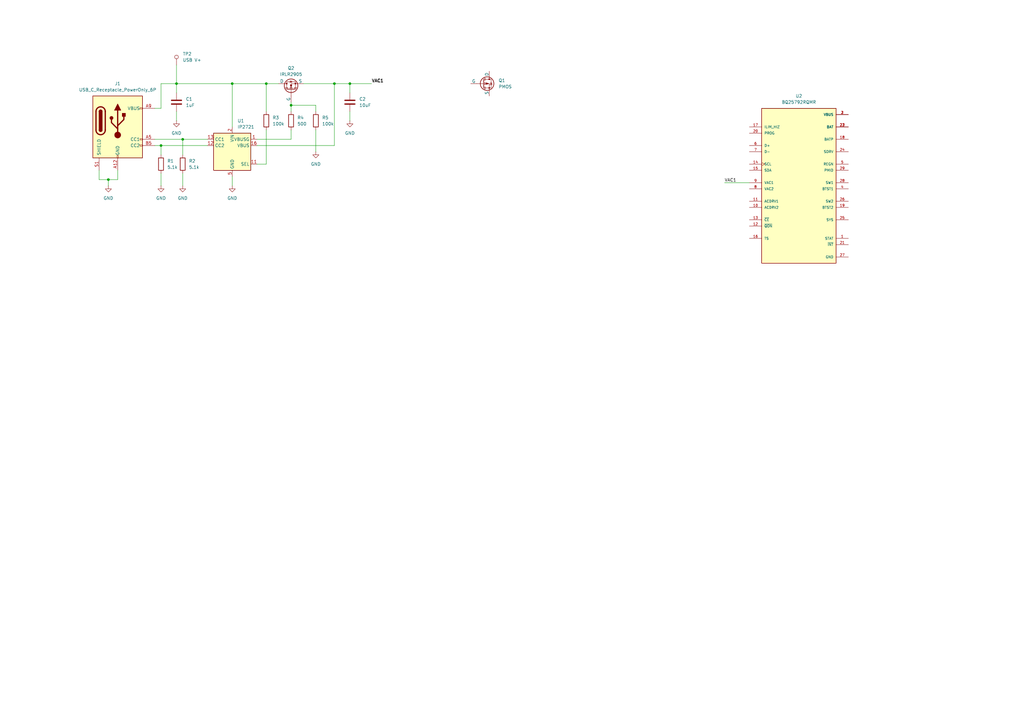
<source format=kicad_sch>
(kicad_sch (version 20250114) (generator "eeschema") (generator_version "9.0")
  (paper "A3")
  (lib_symbols
    (symbol "BQ25792RQMR:BQ25792RQMR" (pin_names (offset 1.016))
      (property "Reference" "U" (at -15.24 35.56 0))
      (property "Value" "BQ25792RQMR" (at -15.24 -33.02 0))
      (symbol "BQ25792RQMR_0_0"
        (rectangle (start -15.24 -30.48) (end 15.24 33.02) (stroke (width 0.254)) (fill (type background)))
        (pin input line (at -20.32 25.4 0) (length 5.08) (name "ILIM_HIZ") (number "17"))
        (pin input line (at -20.32 22.86 0) (length 5.08) (name "PROG") (number "20"))
        (pin bidirectional line (at -20.32 17.78 0) (length 5.08) (name "D+") (number "6"))
        (pin bidirectional line (at -20.32 15.24 0) (length 5.08) (name "D-") (number "7"))
        (pin input clock (at -20.32 10.16 0) (length 5.08) (name "SCL") (number "14"))
        (pin bidirectional line (at -20.32 7.62 0) (length 5.08) (name "SDA") (number "15"))
        (pin power_in line (at -20.32 2.54 0) (length 5.08) (name "VAC1") (number "9"))
        (pin power_in line (at -20.32 0 0) (length 5.08) (name "VAC2") (number "8"))
        (pin power_in line (at -20.32 -5.08 0) (length 5.08) (name "ACDRV1") (number "11"))
        (pin power_in line (at -20.32 -7.62 0) (length 5.08) (name "ACDRV2") (number "10"))
        (pin input line (at -20.32 -12.7 0) (length 5.08) (name "~{CE}") (number "13"))
        (pin input line (at -20.32 -15.24 0) (length 5.08) (name "~{QON}") (number "12"))
        (pin input line (at -20.32 -20.32 0) (length 5.08) (name "TS") (number "16"))
        (pin power_in line (at 20.32 30.48 180) (length 5.08) (name "VBUS") (number "2"))
        (pin power_in line (at 20.32 30.48 180) (length 5.08) (name "VBUS") (number "3"))
        (pin power_in line (at 20.32 25.4 180) (length 5.08) (name "BAT") (number "22"))
        (pin power_in line (at 20.32 25.4 180) (length 5.08) (name "BAT") (number "23"))
        (pin power_in line (at 20.32 20.32 180) (length 5.08) (name "BATP") (number "18"))
        (pin power_in line (at 20.32 15.24 180) (length 5.08) (name "SDRV") (number "24"))
        (pin power_in line (at 20.32 10.16 180) (length 5.08) (name "REGN") (number "5"))
        (pin power_in line (at 20.32 7.62 180) (length 5.08) (name "PMID") (number "29"))
        (pin power_in line (at 20.32 2.54 180) (length 5.08) (name "SW1") (number "28"))
        (pin power_in line (at 20.32 0 180) (length 5.08) (name "BTST1") (number "4"))
        (pin power_in line (at 20.32 -5.08 180) (length 5.08) (name "SW2") (number "26"))
        (pin power_in line (at 20.32 -7.62 180) (length 5.08) (name "BTST2") (number "19"))
        (pin power_in line (at 20.32 -12.7 180) (length 5.08) (name "SYS") (number "25"))
        (pin output line (at 20.32 -20.32 180) (length 5.08) (name "STAT") (number "1"))
        (pin output line (at 20.32 -22.86 180) (length 5.08) (name "~{INT}") (number "21"))
        (pin power_in line (at 20.32 -27.94 180) (length 5.08) (name "GND") (number "27"))
      )
    )
    (symbol "Connector:TestPoint" (pin_numbers (hide yes)) (pin_names (offset 0.762) (hide yes))
      (property "Reference" "TP" (at 0 6.858 0))
      (property "Value" "TestPoint" (at 0 5.08 0))
      (symbol "TestPoint_0_1"
        (circle (center 0 3.302) (radius 0.762))
      )
      (symbol "TestPoint_1_1"
        (pin passive line (at 0 0 90) (length 2.54) (name "1") (number "1"))
      )
    )
    (symbol "Connector:USB_C_Receptacle_PowerOnly_6P" (pin_names (offset 1.016))
      (property "Reference" "J" (at 0 16.51 0))
      (property "Value" "USB_C_Receptacle_PowerOnly_6P" (at 0 13.97 0))
      (symbol "USB_C_Receptacle_PowerOnly_6P_0_0"
        (rectangle (start -0.254 -12.7) (end 0.254 -11.684))
        (rectangle (start 10.16 7.874) (end 9.144 7.366))
        (rectangle (start 10.16 -4.826) (end 9.144 -5.334))
        (rectangle (start 10.16 -7.366) (end 9.144 -7.874))
      )
      (symbol "USB_C_Receptacle_PowerOnly_6P_0_1"
        (rectangle (start -10.16 12.7) (end 10.16 -12.7) (stroke (width 0.254)) (fill (type background)))
        (polyline (pts (xy -8.89 -1.27) (xy -8.89 6.35)) (stroke (width 0.508)))
        (rectangle (start -7.62 -1.27) (end -6.35 6.35) (stroke (width 0.254)) (fill (type outline)))
        (arc (start -7.62 6.35) (mid -6.985 6.9823) (end -6.35 6.35) (stroke (width 0.254)))
        (arc (start -7.62 6.35) (mid -6.985 6.9823) (end -6.35 6.35) (stroke (width 0.254)) (fill (type outline)))
        (arc (start -8.89 6.35) (mid -6.985 8.2467) (end -5.08 6.35) (stroke (width 0.508)))
        (arc (start -5.08 -1.27) (mid -6.985 -3.1667) (end -8.89 -1.27) (stroke (width 0.508)))
        (arc (start -6.35 -1.27) (mid -6.985 -1.9023) (end -7.62 -1.27) (stroke (width 0.254)))
        (arc (start -6.35 -1.27) (mid -6.985 -1.9023) (end -7.62 -1.27) (stroke (width 0.254)) (fill (type outline)))
        (polyline (pts (xy -5.08 6.35) (xy -5.08 -1.27)) (stroke (width 0.508)))
        (circle (center -2.54 3.683) (radius 0.635) (stroke (width 0.254)) (fill (type outline)))
        (polyline (pts (xy -1.27 6.858) (xy 0 9.398) (xy 1.27 6.858) (xy -1.27 6.858)) (stroke (width 0.254)) (fill (type outline)))
        (polyline (pts (xy 0 0.508) (xy 2.54 3.048) (xy 2.54 4.318)) (stroke (width 0.508)))
        (polyline (pts (xy 0 -0.762) (xy -2.54 1.778) (xy -2.54 3.048)) (stroke (width 0.508)))
        (polyline (pts (xy 0 -3.302) (xy 0 6.858)) (stroke (width 0.508)))
        (circle (center 0 -3.302) (radius 1.27) (fill (type outline)))
        (rectangle (start 1.905 4.318) (end 3.175 5.588) (stroke (width 0.254)) (fill (type outline)))
      )
      (symbol "USB_C_Receptacle_PowerOnly_6P_1_1"
        (pin passive line (at -7.62 -17.78 90) (length 5.08) (name "SHIELD") (number "S1"))
        (pin passive line (at 0 -17.78 90) (length 5.08) (name "GND") (number "A12"))
        (pin passive line (at 0 -17.78 90) (length 5.08) (hide yes) (name "GND") (number "B12"))
        (pin passive line (at 15.24 7.62 180) (length 5.08) (name "VBUS") (number "A9"))
        (pin passive line (at 15.24 7.62 180) (length 5.08) (hide yes) (name "VBUS") (number "B9"))
        (pin bidirectional line (at 15.24 -5.08 180) (length 5.08) (name "CC1") (number "A5"))
        (pin bidirectional line (at 15.24 -7.62 180) (length 5.08) (name "CC2") (number "B5"))
      )
    )
    (symbol "Device:C" (pin_numbers (hide yes)) (pin_names (offset 0.254))
      (property "Reference" "C" (at 0.635 2.54 0))
      (property "Value" "C" (at 0.635 -2.54 0))
      (symbol "C_0_1"
        (polyline (pts (xy -2.032 0.762) (xy 2.032 0.762)) (stroke (width 0.508)))
        (polyline (pts (xy -2.032 -0.762) (xy 2.032 -0.762)) (stroke (width 0.508)))
      )
      (symbol "C_1_1"
        (pin passive line (at 0 3.81 270) (length 2.794) (name "~") (number "1"))
        (pin passive line (at 0 -3.81 90) (length 2.794) (name "~") (number "2"))
      )
    )
    (symbol "Device:R" (pin_numbers (hide yes)) (pin_names (offset 0))
      (property "Reference" "R" (at 2.032 0 90))
      (property "Value" "R" (at 0 0 90))
      (symbol "R_0_1"
        (rectangle (start -1.016 -2.54) (end 1.016 2.54) (stroke (width 0.254)))
      )
      (symbol "R_1_1"
        (pin passive line (at 0 3.81 270) (length 1.27) (name "~") (number "1"))
        (pin passive line (at 0 -3.81 90) (length 1.27) (name "~") (number "2"))
      )
    )
    (symbol "Interface_USB:IP2721"
      (property "Reference" "U" (at 5.08 -10.16 0))
      (property "Value" "IP2721" (at 7.62 -12.7 0))
      (symbol "IP2721_0_1"
        (rectangle (start -7.62 7.62) (end 7.62 -7.62) (stroke (width 0.254)) (fill (type background)))
      )
      (symbol "IP2721_1_1"
        (pin bidirectional line (at -10.16 5.08 0) (length 2.54) (name "CC1") (number "13"))
        (pin bidirectional line (at -10.16 2.54 0) (length 2.54) (name "CC2") (number "12"))
        (pin no_connect line (at -7.62 -2.54 0) (length 2.54) (hide yes) (name "NC") (number "4"))
        (pin no_connect line (at -5.08 7.62 270) (length 2.54) (hide yes) (name "NC") (number "3"))
        (pin no_connect line (at -5.08 -7.62 90) (length 2.54) (hide yes) (name "NC") (number "9"))
        (pin no_connect line (at -2.54 7.62 270) (length 2.54) (hide yes) (name "NC") (number "6"))
        (pin no_connect line (at -2.54 -7.62 90) (length 2.54) (hide yes) (name "NC") (number "10"))
        (pin power_in line (at 0 10.16 270) (length 2.54) (name "VIN") (number "2"))
        (pin power_in line (at 0 -10.16 90) (length 2.54) (name "GND") (number "5"))
        (pin no_connect line (at 2.54 7.62 270) (length 2.54) (hide yes) (name "NC") (number "7"))
        (pin no_connect line (at 2.54 -7.62 90) (length 2.54) (hide yes) (name "NC") (number "14"))
        (pin no_connect line (at 5.08 7.62 270) (length 2.54) (hide yes) (name "NC") (number "8"))
        (pin no_connect line (at 5.08 -7.62 90) (length 2.54) (hide yes) (name "NC") (number "15"))
        (pin output line (at 10.16 5.08 180) (length 2.54) (name "VBUSG") (number "1"))
        (pin input line (at 10.16 2.54 180) (length 2.54) (name "VBUS") (number "16"))
        (pin input line (at 10.16 -5.08 180) (length 2.54) (name "SEL") (number "11"))
      )
    )
    (symbol "Simulation_SPICE:NMOS" (pin_numbers (hide yes)) (pin_names (offset 0))
      (property "Reference" "Q" (at 5.08 1.27 0))
      (property "Value" "NMOS" (at 5.08 -1.27 0))
      (symbol "NMOS_0_1"
        (polyline (pts (xy 0.254 1.905) (xy 0.254 -1.905)) (stroke (width 0.254)))
        (polyline (pts (xy 0.254 0) (xy -2.54 0)))
        (polyline (pts (xy 0.762 2.286) (xy 0.762 1.27)) (stroke (width 0.254)))
        (polyline (pts (xy 0.762 0.508) (xy 0.762 -0.508)) (stroke (width 0.254)))
        (polyline (pts (xy 0.762 -1.27) (xy 0.762 -2.286)) (stroke (width 0.254)))
        (polyline (pts (xy 0.762 -1.778) (xy 3.302 -1.778) (xy 3.302 1.778) (xy 0.762 1.778)))
        (polyline (pts (xy 1.016 0) (xy 2.032 0.381) (xy 2.032 -0.381) (xy 1.016 0)) (fill (type outline)))
        (circle (center 1.651 0) (radius 2.794) (stroke (width 0.254)))
        (polyline (pts (xy 2.54 2.54) (xy 2.54 1.778)))
        (circle (center 2.54 1.778) (radius 0.254) (fill (type outline)))
        (circle (center 2.54 -1.778) (radius 0.254) (fill (type outline)))
        (polyline (pts (xy 2.54 -2.54) (xy 2.54 0) (xy 0.762 0)))
        (polyline (pts (xy 2.794 0.508) (xy 2.921 0.381) (xy 3.683 0.381) (xy 3.81 0.254)))
        (polyline (pts (xy 3.302 0.381) (xy 2.921 -0.254) (xy 3.683 -0.254) (xy 3.302 0.381)))
      )
      (symbol "NMOS_1_1"
        (pin input line (at -5.08 0 0) (length 2.54) (name "G") (number "2"))
        (pin passive line (at 2.54 5.08 270) (length 2.54) (name "D") (number "1"))
        (pin passive line (at 2.54 -5.08 90) (length 2.54) (name "S") (number "3"))
      )
    )
    (symbol "Simulation_SPICE:PMOS" (pin_numbers (hide yes)) (pin_names (offset 0))
      (property "Reference" "Q" (at 5.08 1.27 0))
      (property "Value" "PMOS" (at 5.08 -1.27 0))
      (symbol "PMOS_0_1"
        (polyline (pts (xy 0.254 1.905) (xy 0.254 -1.905)) (stroke (width 0.254)))
        (polyline (pts (xy 0.254 0) (xy -2.54 0)))
        (polyline (pts (xy 0.762 2.286) (xy 0.762 1.27)) (stroke (width 0.254)))
        (polyline (pts (xy 0.762 1.778) (xy 3.302 1.778) (xy 3.302 -1.778) (xy 0.762 -1.778)))
        (polyline (pts (xy 0.762 0.508) (xy 0.762 -0.508)) (stroke (width 0.254)))
        (polyline (pts (xy 0.762 -1.27) (xy 0.762 -2.286)) (stroke (width 0.254)))
        (circle (center 1.651 0) (radius 2.794) (stroke (width 0.254)))
        (polyline (pts (xy 2.286 0) (xy 1.27 0.381) (xy 1.27 -0.381) (xy 2.286 0)) (fill (type outline)))
        (polyline (pts (xy 2.54 2.54) (xy 2.54 1.778)))
        (circle (center 2.54 1.778) (radius 0.254) (fill (type outline)))
        (circle (center 2.54 -1.778) (radius 0.254) (fill (type outline)))
        (polyline (pts (xy 2.54 -2.54) (xy 2.54 0) (xy 0.762 0)))
        (polyline (pts (xy 2.794 -0.508) (xy 2.921 -0.381) (xy 3.683 -0.381) (xy 3.81 -0.254)))
        (polyline (pts (xy 3.302 -0.381) (xy 2.921 0.254) (xy 3.683 0.254) (xy 3.302 -0.381)))
      )
      (symbol "PMOS_1_1"
        (pin input line (at -5.08 0 0) (length 2.54) (name "G") (number "2"))
        (pin passive line (at 2.54 5.08 270) (length 2.54) (name "D") (number "1"))
        (pin passive line (at 2.54 -5.08 90) (length 2.54) (name "S") (number "3"))
      )
    )
    (symbol "power:GND" (power) (pin_numbers (hide yes)) (pin_names (offset 0) (hide yes))
      (property "Value" "GND" (at 0 -3.81 0))
      (symbol "GND_0_1"
        (polyline (pts (xy 0 0) (xy 0 -1.27) (xy 1.27 -1.27) (xy 0 -2.54) (xy -1.27 -1.27) (xy 0 -1.27)))
      )
      (symbol "GND_1_1"
        (pin power_in line (at 0 0 270) (length 0) (name "~") (number "1"))
      )
    )
  )
  (junction (at 95.25 34.29))
  (junction (at 137.16 34.29))
  (junction (at 109.22 34.29))
  (junction (at 143.51 34.29))
  (junction (at 66.04 59.69))
  (junction (at 72.39 34.29))
  (junction (at 44.45 73.66))
  (junction (at 119.38 43.18))
  (junction (at 74.93 57.15))
  (wire (pts (xy 72.39 45.72) (xy 72.39 49.53)))
  (wire (pts (xy 109.22 34.29) (xy 114.3 34.29)))
  (wire (pts (xy 109.22 53.34) (xy 109.22 67.31)))
  (wire (pts (xy 66.04 71.12) (xy 66.04 76.2)))
  (wire (pts (xy 109.22 34.29) (xy 95.25 34.29)))
  (wire (pts (xy 297.18 74.93) (xy 307.34 74.93)))
  (wire (pts (xy 119.38 41.91) (xy 119.38 43.18)))
  (wire (pts (xy 63.5 59.69) (xy 66.04 59.69)))
  (wire (pts (xy 44.45 73.66) (xy 48.26 73.66)))
  (wire (pts (xy 44.45 73.66) (xy 44.45 76.2)))
  (wire (pts (xy 109.22 45.72) (xy 109.22 34.29)))
  (wire (pts (xy 40.64 73.66) (xy 44.45 73.66)))
  (wire (pts (xy 66.04 34.29) (xy 72.39 34.29)))
  (wire (pts (xy 95.25 72.39) (xy 95.25 76.2)))
  (wire (pts (xy 105.41 57.15) (xy 119.38 57.15)))
  (wire (pts (xy 72.39 26.67) (xy 72.39 34.29)))
  (wire (pts (xy 95.25 34.29) (xy 95.25 52.07)))
  (wire (pts (xy 129.54 45.72) (xy 129.54 43.18)))
  (wire (pts (xy 72.39 34.29) (xy 72.39 38.1)))
  (wire (pts (xy 66.04 59.69) (xy 85.09 59.69)))
  (wire (pts (xy 137.16 34.29) (xy 143.51 34.29)))
  (wire (pts (xy 74.93 57.15) (xy 85.09 57.15)))
  (wire (pts (xy 63.5 44.45) (xy 66.04 44.45)))
  (wire (pts (xy 143.51 34.29) (xy 152.4 34.29)))
  (wire (pts (xy 66.04 59.69) (xy 66.04 63.5)))
  (wire (pts (xy 129.54 43.18) (xy 119.38 43.18)))
  (wire (pts (xy 74.93 57.15) (xy 74.93 63.5)))
  (wire (pts (xy 63.5 57.15) (xy 74.93 57.15)))
  (wire (pts (xy 119.38 43.18) (xy 119.38 45.72)))
  (wire (pts (xy 109.22 67.31) (xy 105.41 67.31)))
  (wire (pts (xy 143.51 34.29) (xy 143.51 38.1)))
  (wire (pts (xy 48.26 73.66) (xy 48.26 69.85)))
  (wire (pts (xy 129.54 53.34) (xy 129.54 62.23)))
  (wire (pts (xy 72.39 34.29) (xy 95.25 34.29)))
  (wire (pts (xy 119.38 53.34) (xy 119.38 57.15)))
  (wire (pts (xy 124.46 34.29) (xy 137.16 34.29)))
  (wire (pts (xy 40.64 69.85) (xy 40.64 73.66)))
  (wire (pts (xy 105.41 59.69) (xy 137.16 59.69)))
  (wire (pts (xy 66.04 44.45) (xy 66.04 34.29)))
  (wire (pts (xy 143.51 45.72) (xy 143.51 49.53)))
  (wire (pts (xy 74.93 71.12) (xy 74.93 76.2)))
  (wire (pts (xy 137.16 59.69) (xy 137.16 34.29)))
  (label "VAC1" (at 152.4 34.29 0) (effects (font (thickness 0.254) (bold yes))))
  (label "VAC1" (at 297.18 74.93 0))
  (symbol (lib_id "Device:R") (at 129.54 49.53 0) (unit 1)
    (property "Reference" "R5" (at 132.08 48.2599 0) (effects (justify left)))
    (property "Value" "100k" (at 132.08 50.7999 0) (effects (justify left)))
    (property "Footprint" "Resistor_SMD:R_0603_1608Metric_Pad0.98x0.95mm_HandSolder" (effects (hide yes)))
    (property "Description" "Resistor" (effects (hide yes)))
  )
  (symbol (lib_id "Device:R") (at 109.22 49.53 0) (unit 1)
    (property "Reference" "R3" (at 111.76 48.2599 0) (effects (justify left)))
    (property "Value" "100k" (at 111.76 50.7999 0) (effects (justify left)))
    (property "Footprint" "Resistor_SMD:R_0603_1608Metric_Pad0.98x0.95mm_HandSolder" (effects (hide yes)))
    (property "Description" "Resistor" (effects (hide yes)))
  )
  (symbol (lib_id "BQ25792RQMR:BQ25792RQMR") (at 327.66 77.47 0) (unit 1)
    (property "Reference" "U2" (at 327.66 39.37 0))
    (property "Value" "BQ25792RQMR" (at 327.66 41.91 0))
    (property "Footprint" "Package_DFN_QFN:Texas_RQM0029A_VQFN-29_4x4mm_P0.4mm" (effects (hide yes)))
    (property "Datasheet" "Datasheets/bq25792.pdf" (effects (hide yes)))
    (property "PARTREV" "11/2019" (effects (hide yes)))
    (property "STANDARD" "Manufacturer Recommendations" (effects (hide yes)))
    (property "MAXIMUM_PACKAGE_HEIGHT" "1 mm" (effects (hide yes)))
    (property "MANUFACTURER" "Texas Instruments" (effects (hide yes)))
  )
  (symbol (lib_id "Simulation_SPICE:NMOS") (at 119.38 36.83 90) (unit 1)
    (property "Reference" "Q2" (at 119.38 27.94 90))
    (property "Value" "IRLR2905" (at 119.38 30.48 90))
    (property "Footprint" "Package_TO_SOT_SMD:TO-252-2" (effects (hide yes)))
    (property "Datasheet" "https://ngspice.sourceforge.io/docs/ngspice-html-manual/manual.xhtml#cha_MOSFETs" (effects (hide yes)))
    (property "Description" "N-MOSFET transistor, drain/source/gate" (effects (hide yes)))
    (property "Sim.Device" "NMOS" (effects (hide yes)))
    (property "Sim.Type" "VDMOS" (effects (hide yes)))
    (property "Sim.Pins" "1=D 2=G 3=S" (effects (hide yes)))
  )
  (symbol (lib_id "Device:C") (at 72.39 41.91 0) (unit 1)
    (property "Reference" "C1" (at 76.2 40.6399 0) (effects (justify left)))
    (property "Value" "1uF" (at 76.2 43.1799 0) (effects (justify left)))
    (property "Footprint" "Capacitor_SMD:C_0603_1608Metric_Pad1.08x0.95mm_HandSolder" (effects (hide yes)))
    (property "Description" "Unpolarized capacitor" (effects (hide yes)))
  )
  (symbol (lib_id "Device:C") (at 143.51 41.91 0) (unit 1)
    (property "Reference" "C2" (at 147.32 40.6399 0) (effects (justify left)))
    (property "Value" "10uF" (at 147.32 43.1799 0) (effects (justify left)))
    (property "Footprint" "Capacitor_SMD:C_0603_1608Metric_Pad1.08x0.95mm_HandSolder" (effects (hide yes)))
    (property "Description" "Unpolarized capacitor" (effects (hide yes)))
  )
  (symbol (lib_id "power:GND") (at 74.93 76.2 0) (unit 1)
    (property "Reference" "#PWR04" (effects (hide yes)))
    (property "Value" "GND" (at 74.93 81.28 0))
    (property "Description" "Power symbol creates a global label with name \"GND\" , ground" (effects (hide yes)))
  )
  (symbol (lib_id "Connector:USB_C_Receptacle_PowerOnly_6P") (at 48.26 52.07 0) (unit 1)
    (property "Reference" "J1" (at 48.26 34.29 0))
    (property "Value" "USB_C_Receptacle_PowerOnly_6P" (at 48.26 36.83 0))
    (property "Footprint" "Connector_USB:USB_C_Receptacle_HRO_TYPE-C-31-M-17" (effects (hide yes)))
    (property "Datasheet" "https://www.usb.org/sites/default/files/documents/usb_type-c.zip" (effects (hide yes)))
    (property "Description" "USB Power-Only 6P Type-C Receptacle connector" (effects (hide yes)))
  )
  (symbol (lib_id "power:GND") (at 66.04 76.2 0) (unit 1)
    (property "Reference" "#PWR03" (effects (hide yes)))
    (property "Value" "GND" (at 66.04 81.28 0))
    (property "Description" "Power symbol creates a global label with name \"GND\" , ground" (effects (hide yes)))
  )
  (symbol (lib_id "power:GND") (at 44.45 76.2 0) (unit 1)
    (property "Reference" "#PWR01" (effects (hide yes)))
    (property "Value" "GND" (at 44.45 81.28 0))
    (property "Description" "Power symbol creates a global label with name \"GND\" , ground" (effects (hide yes)))
  )
  (symbol (lib_id "Simulation_SPICE:PMOS") (at 198.12 34.29 0) (unit 1)
    (property "Reference" "Q1" (at 204.47 33.0199 0) (effects (justify left)))
    (property "Value" "PMOS" (at 204.47 35.5599 0) (effects (justify left)))
    (property "Datasheet" "https://ngspice.sourceforge.io/docs/ngspice-html-manual/manual.xhtml#cha_MOSFETs" (effects (hide yes)))
    (property "Description" "P-MOSFET transistor, drain/source/gate" (effects (hide yes)))
    (property "Sim.Device" "PMOS" (effects (hide yes)))
    (property "Sim.Type" "VDMOS" (effects (hide yes)))
    (property "Sim.Pins" "1=D 2=G 3=S" (effects (hide yes)))
  )
  (symbol (lib_id "Device:R") (at 119.38 49.53 0) (unit 1)
    (property "Reference" "R4" (at 121.92 48.2599 0) (effects (justify left)))
    (property "Value" "500" (at 121.92 50.7999 0) (effects (justify left)))
    (property "Footprint" "Resistor_SMD:R_0603_1608Metric_Pad0.98x0.95mm_HandSolder" (effects (hide yes)))
    (property "Description" "Resistor" (effects (hide yes)))
  )
  (symbol (lib_id "power:GND") (at 95.25 76.2 0) (unit 1)
    (property "Reference" "#PWR02" (effects (hide yes)))
    (property "Value" "GND" (at 95.25 81.28 0))
    (property "Description" "Power symbol creates a global label with name \"GND\" , ground" (effects (hide yes)))
  )
  (symbol (lib_id "Connector:TestPoint") (at 72.39 26.67 0) (unit 1)
    (property "Reference" "TP2" (at 74.93 22.0979 0) (effects (justify left)))
    (property "Value" "USB V+" (at 74.93 24.6379 0) (effects (justify left)))
    (property "Footprint" "TestPoint:TestPoint_Pad_1.0x1.0mm" (effects (hide yes)))
    (property "Description" "test point" (effects (hide yes)))
  )
  (symbol (lib_id "power:GND") (at 129.54 62.23 0) (unit 1)
    (property "Reference" "#PWR07" (effects (hide yes)))
    (property "Value" "GND" (at 129.54 67.31 0))
    (property "Description" "Power symbol creates a global label with name \"GND\" , ground" (effects (hide yes)))
  )
  (symbol (lib_id "Device:R") (at 66.04 67.31 0) (unit 1)
    (property "Reference" "R1" (at 68.58 66.0399 0) (effects (justify left)))
    (property "Value" "5.1k" (at 68.58 68.5799 0) (effects (justify left)))
    (property "Footprint" "Resistor_SMD:R_0603_1608Metric_Pad0.98x0.95mm_HandSolder" (effects (hide yes)))
    (property "Description" "Resistor" (effects (hide yes)))
  )
  (symbol (lib_id "power:GND") (at 143.51 49.53 0) (unit 1)
    (property "Reference" "#PWR06" (effects (hide yes)))
    (property "Value" "GND" (at 143.51 54.61 0))
    (property "Description" "Power symbol creates a global label with name \"GND\" , ground" (effects (hide yes)))
  )
  (symbol (lib_id "Device:R") (at 74.93 67.31 0) (unit 1)
    (property "Reference" "R2" (at 77.47 66.0399 0) (effects (justify left)))
    (property "Value" "5.1k" (at 77.47 68.5799 0) (effects (justify left)))
    (property "Footprint" "Resistor_SMD:R_0603_1608Metric_Pad0.98x0.95mm_HandSolder" (effects (hide yes)))
    (property "Description" "Resistor" (effects (hide yes)))
  )
  (symbol (lib_id "Interface_USB:IP2721") (at 95.25 62.23 0) (unit 1)
    (property "Reference" "U1" (at 97.3933 49.53 0) (effects (justify left)))
    (property "Value" "IP2721" (at 97.3933 52.07 0) (effects (justify left)))
    (property "Footprint" "Package_SO:TSSOP-16_4.4x5mm_P0.65mm" (effects (hide yes)))
    (property "Datasheet" "https://datasheet.lcsc.com/lcsc/2006111335_INJOINIC-IP2721_C603176.pdf" (effects (hide yes)))
    (property "Description" "USB TYPEC  PD Controller Interface, TSSOP-16" (effects (hide yes)))
  )
  (symbol (lib_id "power:GND") (at 72.39 49.53 0) (unit 1)
    (property "Reference" "#PWR05" (effects (hide yes)))
    (property "Value" "GND" (at 72.39 54.61 0))
    (property "Description" "Power symbol creates a global label with name \"GND\" , ground" (effects (hide yes)))
  )
)
</source>
